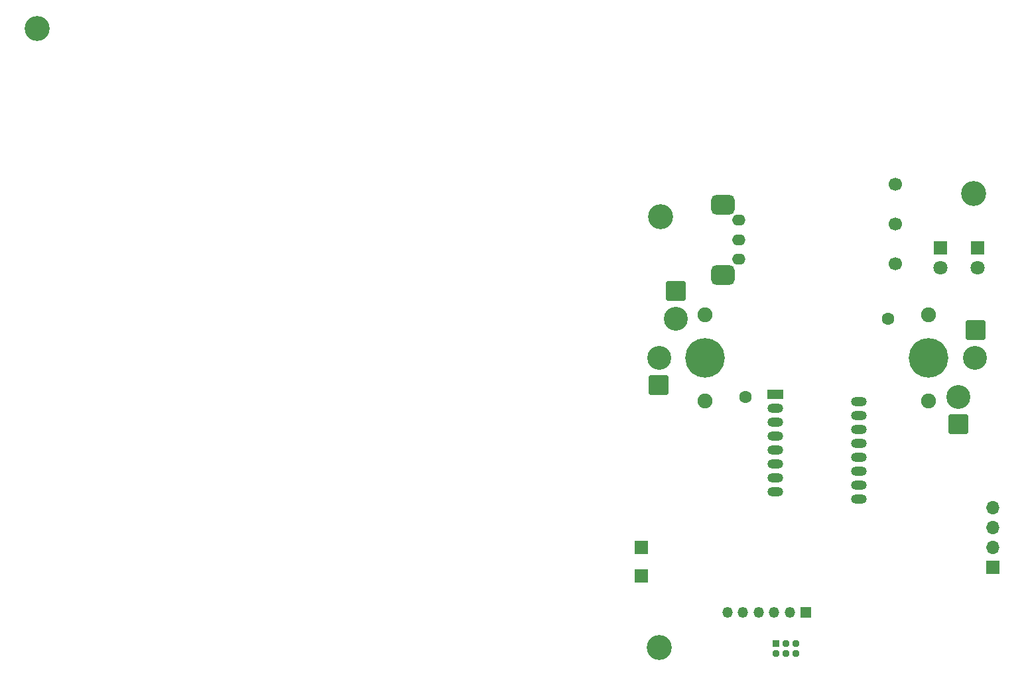
<source format=gbr>
%TF.GenerationSoftware,KiCad,Pcbnew,9.0.1*%
%TF.CreationDate,2025-04-29T20:05:43+02:00*%
%TF.ProjectId,Trackball,54726163-6b62-4616-9c6c-2e6b69636164,rev?*%
%TF.SameCoordinates,Original*%
%TF.FileFunction,Soldermask,Bot*%
%TF.FilePolarity,Negative*%
%FSLAX46Y46*%
G04 Gerber Fmt 4.6, Leading zero omitted, Abs format (unit mm)*
G04 Created by KiCad (PCBNEW 9.0.1) date 2025-04-29 20:05:43*
%MOMM*%
%LPD*%
G01*
G04 APERTURE LIST*
G04 Aperture macros list*
%AMRoundRect*
0 Rectangle with rounded corners*
0 $1 Rounding radius*
0 $2 $3 $4 $5 $6 $7 $8 $9 X,Y pos of 4 corners*
0 Add a 4 corners polygon primitive as box body*
4,1,4,$2,$3,$4,$5,$6,$7,$8,$9,$2,$3,0*
0 Add four circle primitives for the rounded corners*
1,1,$1+$1,$2,$3*
1,1,$1+$1,$4,$5*
1,1,$1+$1,$6,$7*
1,1,$1+$1,$8,$9*
0 Add four rect primitives between the rounded corners*
20,1,$1+$1,$2,$3,$4,$5,0*
20,1,$1+$1,$4,$5,$6,$7,0*
20,1,$1+$1,$6,$7,$8,$9,0*
20,1,$1+$1,$8,$9,$2,$3,0*%
G04 Aperture macros list end*
%ADD10C,3.200000*%
%ADD11R,2.000000X1.200000*%
%ADD12O,2.000000X1.200000*%
%ADD13R,0.950000X0.950000*%
%ADD14C,0.950000*%
%ADD15R,1.350000X1.350000*%
%ADD16O,1.350000X1.350000*%
%ADD17C,1.700000*%
%ADD18R,1.800000X1.800000*%
%ADD19C,1.800000*%
%ADD20R,1.700000X1.700000*%
%ADD21O,1.700000X1.700000*%
%ADD22C,1.900000*%
%ADD23C,1.600000*%
%ADD24C,3.050000*%
%ADD25C,5.050000*%
%ADD26RoundRect,0.250000X1.000000X-1.025000X1.000000X1.025000X-1.000000X1.025000X-1.000000X-1.025000X0*%
%ADD27RoundRect,0.250000X-1.000000X1.025000X-1.000000X-1.025000X1.000000X-1.025000X1.000000X1.025000X0*%
%ADD28RoundRect,0.625000X0.875000X-0.625000X0.875000X0.625000X-0.875000X0.625000X-0.875000X-0.625000X0*%
%ADD29O,1.700000X1.400000*%
G04 APERTURE END LIST*
D10*
%TO.C,H1*%
X-99575000Y14575000D03*
%TD*%
%TO.C,H4*%
X20000000Y-6500000D03*
%TD*%
%TO.C,H3*%
X-20000000Y-9500000D03*
%TD*%
D11*
%TO.C,U2*%
X-5350000Y-32185000D03*
D12*
X-5350000Y-33965000D03*
X-5350000Y-35745000D03*
X-5350000Y-37525000D03*
X-5350000Y-39305000D03*
X-5350000Y-41085000D03*
X-5350000Y-42865000D03*
X-5350000Y-44645000D03*
X5350000Y-45535000D03*
X5350000Y-43755000D03*
X5350000Y-41975000D03*
X5350000Y-40195000D03*
X5350000Y-38415000D03*
X5350000Y-36635000D03*
X5350000Y-34855000D03*
X5350000Y-33075000D03*
%TD*%
D13*
%TO.C,J3*%
X-5200000Y-64000000D03*
D14*
X-3950000Y-64000000D03*
X-2700000Y-64000000D03*
X-5200000Y-65250000D03*
X-3950000Y-65250000D03*
X-2700000Y-65250000D03*
%TD*%
D15*
%TO.C,J4*%
X-1450000Y-60050000D03*
D16*
X-3450001Y-60049999D03*
X-5450000Y-60050000D03*
X-7450001Y-60049999D03*
X-9450000Y-60050000D03*
X-11450000Y-60050001D03*
%TD*%
D17*
%TO.C,SW4*%
X10000000Y-15530000D03*
X10000000Y-10450000D03*
X10000000Y-5370000D03*
%TD*%
D18*
%TO.C,D102*%
X15800000Y-13460000D03*
D19*
X15800000Y-16000000D03*
%TD*%
D20*
%TO.C,J7*%
X-22400000Y-51750000D03*
%TD*%
%TO.C,J1*%
X22450000Y-54250000D03*
D21*
X22450000Y-51710000D03*
X22450000Y-49170000D03*
X22450000Y-46630000D03*
%TD*%
D22*
%TO.C,SW1*%
X-14250000Y-33000000D03*
D23*
X-9100000Y-32500000D03*
D24*
X-20150000Y-27500000D03*
D25*
X-14250000Y-27500000D03*
D24*
X-18050000Y-22500000D03*
D22*
X-14250000Y-22000000D03*
D26*
X-20250000Y-31000000D03*
X-18050000Y-19000000D03*
%TD*%
D10*
%TO.C,H2*%
X-20100000Y-64500000D03*
%TD*%
D18*
%TO.C,D101*%
X20550000Y-13480000D03*
D19*
X20550000Y-16020000D03*
%TD*%
D22*
%TO.C,SW2*%
X14250000Y-22000000D03*
D23*
X9100000Y-22500000D03*
D24*
X20150000Y-27500000D03*
D25*
X14250000Y-27500000D03*
D24*
X18050000Y-32500000D03*
D22*
X14250000Y-33000000D03*
D27*
X20250000Y-24000000D03*
X18050000Y-36000000D03*
%TD*%
D28*
%TO.C,SW3*%
X-12000000Y-16920000D03*
X-12000000Y-7920000D03*
D29*
X-10000000Y-14920000D03*
X-10000000Y-12420000D03*
X-10000000Y-9920000D03*
%TD*%
D20*
%TO.C,J10*%
X-22400000Y-55350000D03*
%TD*%
M02*

</source>
